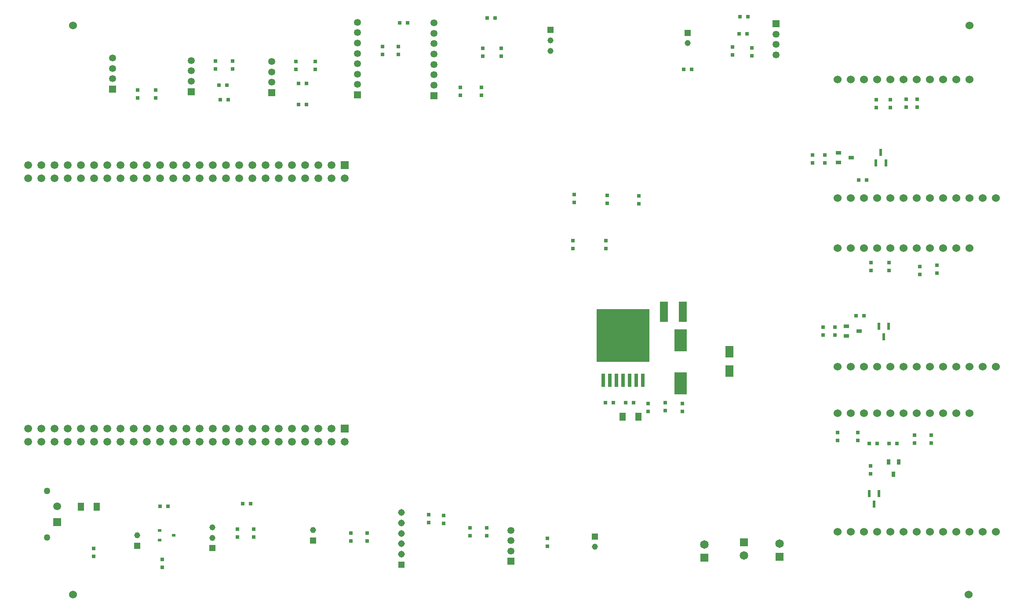
<source format=gbr>
%TF.GenerationSoftware,Altium Limited,Altium Designer,20.2.5 (213)*%
G04 Layer_Color=255*
%FSLAX26Y26*%
%MOIN*%
%TF.SameCoordinates,9BAFD9CD-774C-4051-972E-F2DD54F50950*%
%TF.FilePolarity,Positive*%
%TF.FileFunction,Pads,Top*%
%TF.Part,Single*%
G01*
G75*
%TA.AperFunction,SMDPad,CuDef*%
%ADD10R,0.051180X0.062990*%
%ADD11R,0.031500X0.031500*%
%ADD12R,0.094488X0.171260*%
%ADD13R,0.064173X0.085843*%
%ADD14R,0.022000X0.052000*%
%ADD15R,0.059055X0.157480*%
%ADD16R,0.031500X0.031500*%
%ADD17R,0.031496X0.023622*%
%ADD18R,0.039370X0.027559*%
%ADD19R,0.400000X0.400000*%
%ADD20R,0.031000X0.103000*%
%ADD21R,0.027559X0.039370*%
%TA.AperFunction,ComponentPad*%
%ADD26C,0.060000*%
%ADD27C,0.045276*%
%ADD28R,0.045276X0.045276*%
%ADD29R,0.053150X0.053150*%
%ADD30C,0.053150*%
%ADD31C,0.059370*%
%ADD32R,0.059370X0.059370*%
%ADD33R,0.064961X0.064961*%
%ADD34C,0.064961*%
%ADD35R,0.059843X0.059843*%
%ADD36C,0.059843*%
%ADD37C,0.050000*%
%ADD38R,0.051496X0.051496*%
%ADD39C,0.051496*%
%TA.AperFunction,ViaPad*%
%ADD40C,0.060000*%
D10*
X4995000Y2250000D02*
D03*
X5115000D02*
D03*
X1010000Y1565000D02*
D03*
X890000D02*
D03*
D11*
X7335000Y2110000D02*
D03*
Y2050000D02*
D03*
X7210000Y2110000D02*
D03*
Y2050000D02*
D03*
X6625000Y2130000D02*
D03*
Y2070000D02*
D03*
X6780000Y2130000D02*
D03*
Y2070000D02*
D03*
X6880000Y3420000D02*
D03*
Y3360000D02*
D03*
X7015000Y3420000D02*
D03*
Y3360000D02*
D03*
X7380000Y3400000D02*
D03*
Y3340000D02*
D03*
X7250000Y3390000D02*
D03*
Y3330000D02*
D03*
X7230000Y4660000D02*
D03*
Y4600000D02*
D03*
X7145000Y4660000D02*
D03*
Y4600000D02*
D03*
X7025000Y4655000D02*
D03*
Y4595000D02*
D03*
X6920000Y4655000D02*
D03*
Y4595000D02*
D03*
X1505000Y1105000D02*
D03*
Y1165000D02*
D03*
X4425000Y1325000D02*
D03*
Y1265000D02*
D03*
X3965000Y1345000D02*
D03*
Y1405000D02*
D03*
X3840000D02*
D03*
Y1345000D02*
D03*
X985000Y1190000D02*
D03*
Y1250000D02*
D03*
X4870000Y3525000D02*
D03*
Y3585000D02*
D03*
X4620000Y3525000D02*
D03*
Y3585000D02*
D03*
X4880000Y3870000D02*
D03*
Y3930000D02*
D03*
X4630000Y3875000D02*
D03*
Y3935000D02*
D03*
X5830000Y5055000D02*
D03*
Y4995000D02*
D03*
X5975000Y5050000D02*
D03*
Y4990000D02*
D03*
X4075000Y5045000D02*
D03*
Y4985000D02*
D03*
X3935000Y5045000D02*
D03*
Y4985000D02*
D03*
X1455000Y4670000D02*
D03*
Y4730000D02*
D03*
X1320000Y4670000D02*
D03*
Y4730000D02*
D03*
X3765000Y4750000D02*
D03*
Y4690000D02*
D03*
X3925000Y4750000D02*
D03*
Y4690000D02*
D03*
X3640000Y1500000D02*
D03*
Y1440000D02*
D03*
X3525000Y1505000D02*
D03*
Y1445000D02*
D03*
X2520000Y4945000D02*
D03*
Y4885000D02*
D03*
X2665000Y4945000D02*
D03*
Y4885000D02*
D03*
X2040000Y4950000D02*
D03*
Y4890000D02*
D03*
X1910000Y4950000D02*
D03*
Y4890000D02*
D03*
X2075000Y1395000D02*
D03*
Y1335000D02*
D03*
X2200000Y1395000D02*
D03*
Y1335000D02*
D03*
X5190000Y2290000D02*
D03*
Y2350000D02*
D03*
X5320000Y2295000D02*
D03*
Y2355000D02*
D03*
X5450000Y2290000D02*
D03*
Y2350000D02*
D03*
X6875000Y1815000D02*
D03*
Y1875000D02*
D03*
X6515000Y2930000D02*
D03*
Y2870000D02*
D03*
X6605000Y2930000D02*
D03*
Y2870000D02*
D03*
X6530000Y4235000D02*
D03*
Y4175000D02*
D03*
X6435000Y4235000D02*
D03*
Y4175000D02*
D03*
X5120000Y3925000D02*
D03*
Y3865000D02*
D03*
X3060000Y1305000D02*
D03*
Y1365000D02*
D03*
X3175000Y5000000D02*
D03*
Y5060000D02*
D03*
X3295000Y5000000D02*
D03*
Y5060000D02*
D03*
X2935000Y1305000D02*
D03*
Y1365000D02*
D03*
D12*
X5435000Y2828386D02*
D03*
Y2501614D02*
D03*
D13*
X5805000Y2596882D02*
D03*
Y2743118D02*
D03*
D14*
X6939803Y1665000D02*
D03*
X6865000D02*
D03*
X6902402Y1585000D02*
D03*
X6975000Y2855000D02*
D03*
X6937598Y2935000D02*
D03*
X7012402D02*
D03*
X6953661Y4255000D02*
D03*
X6991063Y4175000D02*
D03*
X6916260D02*
D03*
D15*
X5309134Y3045000D02*
D03*
X5450866D02*
D03*
D16*
X1490000Y1570000D02*
D03*
X1550000D02*
D03*
X5880000Y5155000D02*
D03*
X5940000D02*
D03*
X5885000Y5285000D02*
D03*
X5945000D02*
D03*
X3305000Y5240000D02*
D03*
X3365000D02*
D03*
X3970000Y5275000D02*
D03*
X4030000D02*
D03*
X2540000Y4620000D02*
D03*
X2600000D02*
D03*
X2540000Y4780000D02*
D03*
X2600000D02*
D03*
X1935000Y4765000D02*
D03*
X1995000D02*
D03*
X2005000Y4655000D02*
D03*
X1945000D02*
D03*
X5460000Y4885000D02*
D03*
X5520000D02*
D03*
X2175000Y1590000D02*
D03*
X2115000D02*
D03*
X5020000Y2355000D02*
D03*
X5080000D02*
D03*
X4925000D02*
D03*
X4865000D02*
D03*
X6925000Y2045000D02*
D03*
X6865000D02*
D03*
X7075000D02*
D03*
X7015000D02*
D03*
X6825000Y3015000D02*
D03*
X6765000D02*
D03*
X6845000Y4045000D02*
D03*
X6785000D02*
D03*
D17*
X1486850Y1387402D02*
D03*
Y1312598D02*
D03*
X1593150Y1350000D02*
D03*
D18*
X6727244Y4215000D02*
D03*
X6632756Y4177598D02*
D03*
Y4252402D02*
D03*
X6787244Y2900000D02*
D03*
X6692756Y2862598D02*
D03*
Y2937402D02*
D03*
D19*
X5000000Y2865000D02*
D03*
D20*
X5150000Y2525000D02*
D03*
X5100000D02*
D03*
X5050000D02*
D03*
X5000000D02*
D03*
X4950000D02*
D03*
X4900000D02*
D03*
X4850000D02*
D03*
D21*
X7050000Y1812756D02*
D03*
X7012598Y1907244D02*
D03*
X7087402D02*
D03*
D26*
X7825000Y3910000D02*
D03*
X7725000D02*
D03*
X7625000D02*
D03*
X7525000D02*
D03*
X7425000D02*
D03*
X7325000D02*
D03*
X7225000D02*
D03*
X7125000D02*
D03*
X7025000D02*
D03*
X6925000D02*
D03*
X6825000D02*
D03*
X6725000D02*
D03*
X6625000D02*
D03*
X7825000Y2630000D02*
D03*
X7725000D02*
D03*
X7625000D02*
D03*
X7525000D02*
D03*
X7425000D02*
D03*
X7325000D02*
D03*
X7225000D02*
D03*
X7125000D02*
D03*
X7025000D02*
D03*
X6925000D02*
D03*
X6825000D02*
D03*
X6725000D02*
D03*
X6625000D02*
D03*
Y4810000D02*
D03*
X6725000D02*
D03*
X6825000D02*
D03*
X6925000D02*
D03*
X7025000D02*
D03*
X7125000D02*
D03*
X7225000D02*
D03*
X7325000D02*
D03*
X7425000D02*
D03*
X7525000D02*
D03*
X7625000D02*
D03*
Y2275000D02*
D03*
X7525000D02*
D03*
X7425000D02*
D03*
X7325000D02*
D03*
X7225000D02*
D03*
X7125000D02*
D03*
X7025000D02*
D03*
X6925000D02*
D03*
X6825000D02*
D03*
X6725000D02*
D03*
X6625000D02*
D03*
X7625000Y3530000D02*
D03*
X7525000D02*
D03*
X7425000D02*
D03*
X7325000D02*
D03*
X7225000D02*
D03*
X7125000D02*
D03*
X7025000D02*
D03*
X6925000D02*
D03*
X6825000D02*
D03*
X6725000D02*
D03*
X6625000D02*
D03*
Y1375000D02*
D03*
X6725000D02*
D03*
X6825000D02*
D03*
X6925000D02*
D03*
X7025000D02*
D03*
X7125000D02*
D03*
X7225000D02*
D03*
X7325000D02*
D03*
X7425000D02*
D03*
X7525000D02*
D03*
X7625000D02*
D03*
X7725000D02*
D03*
X7825000D02*
D03*
D27*
X1885000Y1408740D02*
D03*
Y1330000D02*
D03*
X1315000Y1348740D02*
D03*
X4785000Y1261260D02*
D03*
X4450000Y5027520D02*
D03*
Y5106260D02*
D03*
X2650000Y1388740D02*
D03*
X5490000Y5085000D02*
D03*
D28*
X1885000Y1251260D02*
D03*
X1315000Y1270000D02*
D03*
X4785000Y1340000D02*
D03*
X4450000Y5185000D02*
D03*
X2650000Y1310000D02*
D03*
X5490000Y5163740D02*
D03*
D29*
X4150000Y1151260D02*
D03*
X2985000Y4692520D02*
D03*
X6160000Y5232480D02*
D03*
X1130000Y4736260D02*
D03*
X3565000Y4687520D02*
D03*
X2335000Y4710000D02*
D03*
X1725000Y4717520D02*
D03*
D30*
X4150000Y1230000D02*
D03*
Y1308740D02*
D03*
Y1387480D02*
D03*
X2985000Y5243702D02*
D03*
Y5164960D02*
D03*
Y5086220D02*
D03*
Y5007480D02*
D03*
Y4928740D02*
D03*
Y4850000D02*
D03*
Y4771260D02*
D03*
X6160000Y4996260D02*
D03*
Y5075000D02*
D03*
Y5153740D02*
D03*
X1130000Y4972480D02*
D03*
Y4893740D02*
D03*
Y4815000D02*
D03*
X3565000Y4766260D02*
D03*
Y4845000D02*
D03*
Y4923740D02*
D03*
Y5002480D02*
D03*
Y5081220D02*
D03*
Y5159960D02*
D03*
Y5238700D02*
D03*
X2335000Y4788740D02*
D03*
Y4867480D02*
D03*
Y4946220D02*
D03*
X1725000Y4796260D02*
D03*
Y4875000D02*
D03*
Y4953740D02*
D03*
D31*
X490000Y2060000D02*
D03*
Y2160000D02*
D03*
X590000Y2060000D02*
D03*
Y2160000D02*
D03*
X690000Y2060000D02*
D03*
Y2160000D02*
D03*
X790000Y2060000D02*
D03*
Y2160000D02*
D03*
X890000Y2060000D02*
D03*
Y2160000D02*
D03*
X990000Y2060000D02*
D03*
Y2160000D02*
D03*
X1090000Y2060000D02*
D03*
Y2160000D02*
D03*
X1190000Y2060000D02*
D03*
Y2160000D02*
D03*
X1290000Y2060000D02*
D03*
Y2160000D02*
D03*
X1390000Y2060000D02*
D03*
Y2160000D02*
D03*
X1490000Y2060000D02*
D03*
Y2160000D02*
D03*
X1590000Y2060000D02*
D03*
Y2160000D02*
D03*
X1690000Y2060000D02*
D03*
Y2160000D02*
D03*
X1790000Y2060000D02*
D03*
Y2160000D02*
D03*
X1890000Y2060000D02*
D03*
Y2160000D02*
D03*
X1990000Y2060000D02*
D03*
Y2160000D02*
D03*
X2090000Y2060000D02*
D03*
Y2160000D02*
D03*
X2190000Y2060000D02*
D03*
Y2160000D02*
D03*
X2290000Y2060000D02*
D03*
Y2160000D02*
D03*
X2390000Y2060000D02*
D03*
Y2160000D02*
D03*
X2490000Y2060000D02*
D03*
Y2160000D02*
D03*
X2590000Y2060000D02*
D03*
Y2160000D02*
D03*
X2690000Y2060000D02*
D03*
Y2160000D02*
D03*
X2790000Y2060000D02*
D03*
Y2160000D02*
D03*
X2890000Y2060000D02*
D03*
X490000Y4060000D02*
D03*
Y4160000D02*
D03*
X590000Y4060000D02*
D03*
Y4160000D02*
D03*
X690000Y4060000D02*
D03*
Y4160000D02*
D03*
X790000Y4060000D02*
D03*
Y4160000D02*
D03*
X890000Y4060000D02*
D03*
Y4160000D02*
D03*
X990000Y4060000D02*
D03*
Y4160000D02*
D03*
X1090000Y4060000D02*
D03*
Y4160000D02*
D03*
X1190000Y4060000D02*
D03*
Y4160000D02*
D03*
X1290000Y4060000D02*
D03*
Y4160000D02*
D03*
X1390000Y4060000D02*
D03*
Y4160000D02*
D03*
X1490000Y4060000D02*
D03*
Y4160000D02*
D03*
X1590000Y4060000D02*
D03*
Y4160000D02*
D03*
X1690000Y4060000D02*
D03*
Y4160000D02*
D03*
X1790000Y4060000D02*
D03*
Y4160000D02*
D03*
X1890000Y4060000D02*
D03*
Y4160000D02*
D03*
X1990000Y4060000D02*
D03*
Y4160000D02*
D03*
X2090000Y4060000D02*
D03*
Y4160000D02*
D03*
X2190000Y4060000D02*
D03*
Y4160000D02*
D03*
X2290000Y4060000D02*
D03*
Y4160000D02*
D03*
X2390000Y4060000D02*
D03*
Y4160000D02*
D03*
X2490000Y4060000D02*
D03*
Y4160000D02*
D03*
X2590000Y4060000D02*
D03*
Y4160000D02*
D03*
X2690000Y4060000D02*
D03*
Y4160000D02*
D03*
X2790000Y4060000D02*
D03*
Y4160000D02*
D03*
X2890000Y4060000D02*
D03*
D32*
Y2160000D02*
D03*
Y4160000D02*
D03*
D33*
X6185000Y1185000D02*
D03*
X5915000Y1295000D02*
D03*
X5615000Y1180000D02*
D03*
D34*
X6185000Y1285000D02*
D03*
X5915000Y1195000D02*
D03*
X5615000Y1280000D02*
D03*
D35*
X710000Y1450000D02*
D03*
D36*
Y1568110D02*
D03*
D37*
X632834Y1331890D02*
D03*
Y1686220D02*
D03*
D38*
X3320000Y1127520D02*
D03*
D39*
Y1206260D02*
D03*
Y1285000D02*
D03*
Y1363740D02*
D03*
Y1442480D02*
D03*
Y1521220D02*
D03*
D40*
X830000Y900000D02*
D03*
X7620000D02*
D03*
X7625000Y5220000D02*
D03*
X830000D02*
D03*
%TF.MD5,f768ece4ac243fc7a47be775054eaa43*%
M02*

</source>
